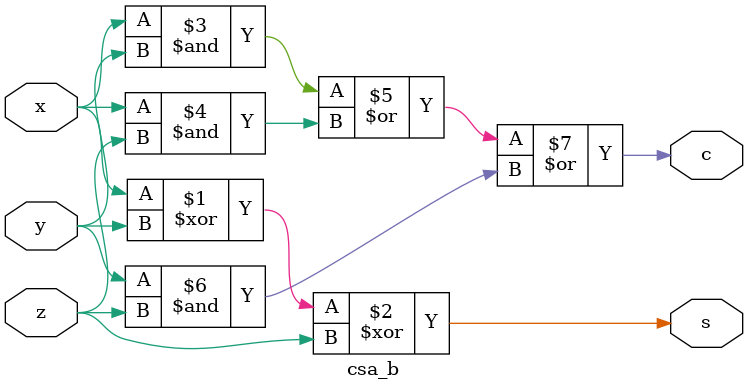
<source format=sv>
`include "ama_riscv_defines.svh"

module csa_b (
    input logic x,
    input logic y,
    input logic z,
    output logic s,
    output logic c
);

// if you insist
assign s = (x ^ y ^ z);
assign c = ((x & y) | (x & z) | (y & z));

// assign {c, s} = x + y + z;

endmodule

</source>
